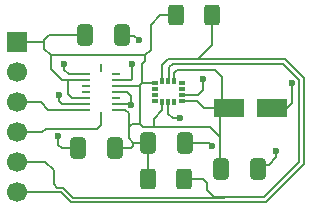
<source format=gbr>
%TF.GenerationSoftware,KiCad,Pcbnew,9.0.5*%
%TF.CreationDate,2025-12-11T06:09:59-03:00*%
%TF.ProjectId,dual IMU_module,6475616c-2049-44d5-955f-6d6f64756c65,rev?*%
%TF.SameCoordinates,Original*%
%TF.FileFunction,Copper,L1,Top*%
%TF.FilePolarity,Positive*%
%FSLAX46Y46*%
G04 Gerber Fmt 4.6, Leading zero omitted, Abs format (unit mm)*
G04 Created by KiCad (PCBNEW 9.0.5) date 2025-12-11 06:09:59*
%MOMM*%
%LPD*%
G01*
G04 APERTURE LIST*
G04 Aperture macros list*
%AMRoundRect*
0 Rectangle with rounded corners*
0 $1 Rounding radius*
0 $2 $3 $4 $5 $6 $7 $8 $9 X,Y pos of 4 corners*
0 Add a 4 corners polygon primitive as box body*
4,1,4,$2,$3,$4,$5,$6,$7,$8,$9,$2,$3,0*
0 Add four circle primitives for the rounded corners*
1,1,$1+$1,$2,$3*
1,1,$1+$1,$4,$5*
1,1,$1+$1,$6,$7*
1,1,$1+$1,$8,$9*
0 Add four rect primitives between the rounded corners*
20,1,$1+$1,$2,$3,$4,$5,0*
20,1,$1+$1,$4,$5,$6,$7,0*
20,1,$1+$1,$6,$7,$8,$9,0*
20,1,$1+$1,$8,$9,$2,$3,0*%
G04 Aperture macros list end*
%TA.AperFunction,SMDPad,CuDef*%
%ADD10RoundRect,0.250000X-1.050000X-0.550000X1.050000X-0.550000X1.050000X0.550000X-1.050000X0.550000X0*%
%TD*%
%TA.AperFunction,SMDPad,CuDef*%
%ADD11RoundRect,0.250000X-0.412500X-0.650000X0.412500X-0.650000X0.412500X0.650000X-0.412500X0.650000X0*%
%TD*%
%TA.AperFunction,SMDPad,CuDef*%
%ADD12RoundRect,0.250000X-0.400000X-0.625000X0.400000X-0.625000X0.400000X0.625000X-0.400000X0.625000X0*%
%TD*%
%TA.AperFunction,SMDPad,CuDef*%
%ADD13RoundRect,0.250000X0.400000X0.625000X-0.400000X0.625000X-0.400000X-0.625000X0.400000X-0.625000X0*%
%TD*%
%TA.AperFunction,SMDPad,CuDef*%
%ADD14RoundRect,0.062500X-0.275000X0.062500X-0.275000X-0.062500X0.275000X-0.062500X0.275000X0.062500X0*%
%TD*%
%TA.AperFunction,SMDPad,CuDef*%
%ADD15RoundRect,0.062500X-0.062500X0.275000X-0.062500X-0.275000X0.062500X-0.275000X0.062500X0.275000X0*%
%TD*%
%TA.AperFunction,SMDPad,CuDef*%
%ADD16RoundRect,0.250000X0.412500X0.650000X-0.412500X0.650000X-0.412500X-0.650000X0.412500X-0.650000X0*%
%TD*%
%TA.AperFunction,ComponentPad*%
%ADD17R,1.700000X1.700000*%
%TD*%
%TA.AperFunction,ComponentPad*%
%ADD18C,1.700000*%
%TD*%
%TA.AperFunction,SMDPad,CuDef*%
%ADD19R,0.600000X0.300000*%
%TD*%
%TA.AperFunction,SMDPad,CuDef*%
%ADD20R,0.300000X0.600000*%
%TD*%
%TA.AperFunction,ViaPad*%
%ADD21C,0.600000*%
%TD*%
%TA.AperFunction,Conductor*%
%ADD22C,0.200000*%
%TD*%
G04 APERTURE END LIST*
D10*
%TO.P,C6,1*%
%TO.N,+3.3V*%
X147490000Y-80740000D03*
%TO.P,C6,2*%
%TO.N,GND*%
X151090000Y-80740000D03*
%TD*%
D11*
%TO.P,C3,1*%
%TO.N,+3.3V*%
X140607500Y-83720000D03*
%TO.P,C3,2*%
%TO.N,GND*%
X143732500Y-83720000D03*
%TD*%
D12*
%TO.P,R1,1*%
%TO.N,+3.3V*%
X142950000Y-72940000D03*
%TO.P,R1,2*%
%TO.N,SDA_IMU2*%
X146050000Y-72940000D03*
%TD*%
D13*
%TO.P,R2,1*%
%TO.N,SCL_IMU2*%
X143650000Y-86790000D03*
%TO.P,R2,2*%
%TO.N,+3.3V*%
X140550000Y-86790000D03*
%TD*%
D14*
%TO.P,U1,1,INT2*%
%TO.N,unconnected-(U1-INT2-Pad1)*%
X137890000Y-77910000D03*
%TO.P,U1,2,GNDA*%
%TO.N,GND*%
X137890000Y-78410000D03*
%TO.P,U1,3,VDD*%
%TO.N,+3.3V*%
X137890000Y-78910000D03*
%TO.P,U1,4,GNDA*%
%TO.N,GND*%
X137890000Y-79410000D03*
%TO.P,U1,5,~{CSB2}*%
%TO.N,unconnected-(U1-~{CSB2}-Pad5)*%
X137890000Y-79910000D03*
%TO.P,U1,6,GNDIO*%
%TO.N,GND*%
X137890000Y-80410000D03*
%TO.P,U1,7,PS*%
%TO.N,+3.3V*%
X137890000Y-80910000D03*
D15*
%TO.P,U1,8,SCK/SCL*%
%TO.N,SCL_IMU1*%
X136627500Y-81422500D03*
D14*
%TO.P,U1,9,SDI/SDA*%
%TO.N,SDA_IMU1*%
X135365000Y-80910000D03*
%TO.P,U1,10,SDO2*%
%TO.N,GND*%
X135365000Y-80410000D03*
%TO.P,U1,11,VDDIO*%
%TO.N,+3.3V*%
X135365000Y-79910000D03*
%TO.P,U1,12,INT3*%
%TO.N,unconnected-(U1-INT3-Pad12)*%
X135365000Y-79410000D03*
%TO.P,U1,13,INT4*%
%TO.N,unconnected-(U1-INT4-Pad13)*%
X135365000Y-78910000D03*
%TO.P,U1,14,~{CSB1}*%
%TO.N,+3.3V*%
X135365000Y-78410000D03*
%TO.P,U1,15,SDO1*%
%TO.N,GND*%
X135365000Y-77910000D03*
D15*
%TO.P,U1,16,INT1*%
%TO.N,unconnected-(U1-INT1-Pad16)*%
X136627500Y-77397500D03*
%TD*%
D11*
%TO.P,C4,1*%
%TO.N,+3.3V*%
X146787500Y-85910000D03*
%TO.P,C4,2*%
%TO.N,GND*%
X149912500Y-85910000D03*
%TD*%
%TO.P,C1,1*%
%TO.N,+3.3V*%
X135227500Y-74620000D03*
%TO.P,C1,2*%
%TO.N,GND*%
X138352500Y-74620000D03*
%TD*%
D16*
%TO.P,C2,1*%
%TO.N,+3.3V*%
X137812500Y-84170000D03*
%TO.P,C2,2*%
%TO.N,GND*%
X134687500Y-84170000D03*
%TD*%
D17*
%TO.P,J2,1,Pin_1*%
%TO.N,+3.3V*%
X129540000Y-75200000D03*
D18*
%TO.P,J2,2,Pin_2*%
%TO.N,GND*%
X129540000Y-77740000D03*
%TO.P,J2,3,Pin_3*%
%TO.N,SDA_IMU1*%
X129540000Y-80280000D03*
%TO.P,J2,4,Pin_4*%
%TO.N,SCL_IMU1*%
X129540000Y-82820000D03*
%TO.P,J2,5,Pin_5*%
%TO.N,SCL_IMU2*%
X129540000Y-85360000D03*
%TO.P,J2,6,Pin_6*%
%TO.N,SDA_IMU2*%
X129540000Y-87900000D03*
%TD*%
D19*
%TO.P,AC1,1,AP_SDO_/_AP_AD0*%
%TO.N,+3.3V*%
X141150000Y-78650000D03*
%TO.P,AC1,2,RESV_1*%
%TO.N,unconnected-(AC1-RESV_1-Pad2)*%
X141150000Y-79150000D03*
%TO.P,AC1,3,RESV_2*%
%TO.N,unconnected-(AC1-RESV_2-Pad3)*%
X141150000Y-79650000D03*
%TO.P,AC1,4,INT1_/_INT*%
%TO.N,unconnected-(AC1-INT1_{slash}_INT-Pad4)*%
X141150000Y-80150000D03*
D20*
%TO.P,AC1,5,VDDIO*%
%TO.N,+3.3V*%
X141800000Y-80300000D03*
%TO.P,AC1,6,GND*%
%TO.N,GND*%
X142300000Y-80300000D03*
%TO.P,AC1,7,RESV_3*%
%TO.N,unconnected-(AC1-RESV_3-Pad7)*%
X142800000Y-80300000D03*
D19*
%TO.P,AC1,8,VDD*%
%TO.N,+3.3V*%
X143450000Y-80150000D03*
%TO.P,AC1,9,INT2_/_FSYNC*%
%TO.N,GND*%
X143450000Y-79650000D03*
%TO.P,AC1,10,RESV_4*%
%TO.N,unconnected-(AC1-RESV_4-Pad10)*%
X143450000Y-79150000D03*
%TO.P,AC1,11,RESV_5*%
%TO.N,unconnected-(AC1-RESV_5-Pad11)*%
X143450000Y-78650000D03*
D20*
%TO.P,AC1,12,AP_CS*%
%TO.N,+3.3V*%
X142800000Y-78500000D03*
%TO.P,AC1,13,AP_SCL_/_AP_SCLK*%
%TO.N,SCL_IMU2*%
X142300000Y-78500000D03*
%TO.P,AC1,14,AP_SDA_/_AP_SDIO_/_AP_SDI*%
%TO.N,SDA_IMU2*%
X141800000Y-78500000D03*
%TD*%
D21*
%TO.N,GND*%
X143340000Y-81660000D03*
X146020000Y-84000000D03*
X133020000Y-79710000D03*
X145230000Y-78340000D03*
X151460000Y-84390000D03*
X139130000Y-80520000D03*
X139240000Y-77030000D03*
X152800000Y-78680000D03*
X133510000Y-77010000D03*
X132990000Y-83140000D03*
X139790000Y-75040000D03*
%TD*%
D22*
%TO.N,GND*%
X132990000Y-83890000D02*
X132990000Y-83140000D01*
X139250000Y-78290000D02*
X139130000Y-78410000D01*
X139130000Y-79720000D02*
X139130000Y-80520000D01*
X133020000Y-80160000D02*
X133270000Y-80410000D01*
X133860000Y-77910000D02*
X135365000Y-77910000D01*
X134687500Y-84170000D02*
X133270000Y-84170000D01*
X133510000Y-77560000D02*
X133860000Y-77910000D01*
X152380000Y-80740000D02*
X152800000Y-80320000D01*
X133270000Y-80410000D02*
X135365000Y-80410000D01*
X139250000Y-77040000D02*
X139250000Y-78290000D01*
X145230000Y-79270000D02*
X145230000Y-78340000D01*
X139020000Y-80410000D02*
X137890000Y-80410000D01*
X143450000Y-79650000D02*
X144850000Y-79650000D01*
X139240000Y-77030000D02*
X139250000Y-77040000D01*
X139130000Y-80520000D02*
X139020000Y-80410000D01*
X142310000Y-80310000D02*
X142310000Y-81290000D01*
X138820000Y-79410000D02*
X139130000Y-79720000D01*
X137890000Y-79410000D02*
X138820000Y-79410000D01*
X151090000Y-80740000D02*
X152380000Y-80740000D01*
X149852500Y-85560000D02*
X150830000Y-85560000D01*
X145730000Y-83720000D02*
X143732500Y-83720000D01*
X151460000Y-84930000D02*
X151460000Y-84390000D01*
X139440000Y-74690000D02*
X138422500Y-74690000D01*
X144850000Y-79650000D02*
X145230000Y-79270000D01*
X146010000Y-84000000D02*
X145730000Y-83720000D01*
X139130000Y-78410000D02*
X137890000Y-78410000D01*
X139790000Y-75040000D02*
X139440000Y-74690000D01*
X150830000Y-85560000D02*
X151460000Y-84930000D01*
X133270000Y-84170000D02*
X132990000Y-83890000D01*
X146020000Y-84000000D02*
X146010000Y-84000000D01*
X133020000Y-79710000D02*
X133020000Y-80160000D01*
X142310000Y-81290000D02*
X142680000Y-81660000D01*
X142680000Y-81660000D02*
X143340000Y-81660000D01*
X133510000Y-77010000D02*
X133510000Y-77560000D01*
X152800000Y-80320000D02*
X152800000Y-78680000D01*
%TO.N,+3.3V*%
X140550000Y-86790000D02*
X140550000Y-83777500D01*
X141070000Y-81700000D02*
X141070000Y-82370000D01*
X141800000Y-80970000D02*
X141070000Y-81700000D01*
X139360000Y-83720000D02*
X139360000Y-83780000D01*
X138940000Y-82390000D02*
X138940000Y-83300000D01*
X132180000Y-74620000D02*
X131820000Y-74980000D01*
X140607500Y-83720000D02*
X139420000Y-83720000D01*
X137890000Y-80910000D02*
X138680000Y-80910000D01*
X140370000Y-76810000D02*
X140370000Y-76300000D01*
X141800000Y-80300000D02*
X141800000Y-80970000D01*
X139360000Y-83780000D02*
X139360000Y-83980000D01*
X139170000Y-84170000D02*
X137812500Y-84170000D01*
X137890000Y-78910000D02*
X139831000Y-78910000D01*
X135365000Y-78410000D02*
X133780057Y-78410000D01*
X138680000Y-80919943D02*
X138940000Y-81179943D01*
X140091000Y-78650000D02*
X140091000Y-77089000D01*
X139831000Y-78910000D02*
X139881000Y-78860000D01*
X140370000Y-76300000D02*
X132370000Y-76300000D01*
X140161000Y-82370000D02*
X139881000Y-82090000D01*
X145330000Y-80760000D02*
X146830000Y-80760000D01*
X144720000Y-80150000D02*
X145330000Y-80760000D01*
X134140000Y-79910000D02*
X133780057Y-79550057D01*
X146727500Y-85560000D02*
X146727500Y-83250000D01*
X140810000Y-75860000D02*
X140370000Y-76300000D01*
X140091000Y-78650000D02*
X139881000Y-78860000D01*
X138680000Y-80910000D02*
X138680000Y-80919943D01*
X146240000Y-77530000D02*
X143060000Y-77530000D01*
X146830000Y-80760000D02*
X146830000Y-78120000D01*
X133300000Y-78410000D02*
X132370000Y-77480000D01*
X139881000Y-78860000D02*
X139881000Y-82090000D01*
X133780057Y-79550057D02*
X133780057Y-78410000D01*
X143450000Y-80150000D02*
X144720000Y-80150000D01*
X146727500Y-83250000D02*
X145847500Y-82370000D01*
X142800000Y-77790000D02*
X142800000Y-78500000D01*
X133780057Y-78410000D02*
X133300000Y-78410000D01*
X145847500Y-82370000D02*
X141070000Y-82370000D01*
X129540000Y-75200000D02*
X131820000Y-75200000D01*
X139240000Y-82090000D02*
X138940000Y-82390000D01*
X131820000Y-75760000D02*
X131820000Y-75200000D01*
X146727500Y-83250000D02*
X146727500Y-80862500D01*
X140161000Y-82370000D02*
X141070000Y-82370000D01*
X139420000Y-83720000D02*
X139360000Y-83780000D01*
X141610000Y-72940000D02*
X140810000Y-73740000D01*
X140810000Y-73740000D02*
X140810000Y-75860000D01*
X141150000Y-78650000D02*
X140091000Y-78650000D01*
X131820000Y-74980000D02*
X131820000Y-75200000D01*
X138940000Y-81179943D02*
X138940000Y-82390000D01*
X138940000Y-83300000D02*
X139360000Y-83720000D01*
X143060000Y-77530000D02*
X142800000Y-77790000D01*
X142950000Y-72940000D02*
X141610000Y-72940000D01*
X135365000Y-79910000D02*
X134140000Y-79910000D01*
X132370000Y-77480000D02*
X132370000Y-76300000D01*
X132370000Y-76300000D02*
X132360000Y-76300000D01*
X135227500Y-74620000D02*
X132180000Y-74620000D01*
X139881000Y-82090000D02*
X139240000Y-82090000D01*
X132360000Y-76300000D02*
X131820000Y-75760000D01*
X146830000Y-78120000D02*
X146240000Y-77530000D01*
X139360000Y-83980000D02*
X139170000Y-84170000D01*
X140091000Y-77089000D02*
X140370000Y-76810000D01*
%TO.N,SCL_IMU2*%
X132600000Y-87240000D02*
X132600000Y-86050000D01*
X150433612Y-88350000D02*
X146170000Y-88350000D01*
X142730000Y-77010000D02*
X151980000Y-77010000D01*
X134206388Y-88360000D02*
X133395388Y-87549000D01*
X145240000Y-86790000D02*
X143650000Y-86790000D01*
X153410000Y-78440000D02*
X153410000Y-85373612D01*
X142399000Y-77341000D02*
X142730000Y-77010000D01*
X151980000Y-77010000D02*
X153410000Y-78440000D01*
X142399000Y-78380000D02*
X142399000Y-77341000D01*
X145560000Y-87740000D02*
X145560000Y-87110000D01*
X153410000Y-85373612D02*
X150433612Y-88350000D01*
X133395388Y-87549000D02*
X132909000Y-87549000D01*
X132600000Y-86050000D02*
X131880000Y-85330000D01*
X146170000Y-88350000D02*
X145560000Y-87740000D01*
X145560000Y-87110000D02*
X145240000Y-86790000D01*
X131880000Y-85330000D02*
X129570000Y-85330000D01*
X147030000Y-88360000D02*
X134206388Y-88360000D01*
X132909000Y-87549000D02*
X132600000Y-87240000D01*
%TO.N,SDA_IMU2*%
X150560000Y-88720000D02*
X153790000Y-85490000D01*
X141800000Y-77112611D02*
X141800000Y-78500000D01*
X153790000Y-78250000D02*
X152199000Y-76659000D01*
X144800000Y-76659000D02*
X142253611Y-76659000D01*
X129540000Y-87900000D02*
X133250000Y-87900000D01*
X146050000Y-72940000D02*
X146050000Y-75409000D01*
X153790000Y-85490000D02*
X153790000Y-78250000D01*
X152199000Y-76659000D02*
X144800000Y-76659000D01*
X146050000Y-75409000D02*
X144800000Y-76659000D01*
X134070000Y-88720000D02*
X150560000Y-88720000D01*
X133250000Y-87900000D02*
X134070000Y-88720000D01*
X142253611Y-76659000D02*
X141800000Y-77112611D01*
%TO.N,SDA_IMU1*%
X131490000Y-80280000D02*
X129540000Y-80280000D01*
X132120000Y-80910000D02*
X131490000Y-80280000D01*
X135365000Y-80910000D02*
X132120000Y-80910000D01*
%TO.N,SCL_IMU1*%
X136627500Y-82172500D02*
X136290000Y-82510000D01*
X131940000Y-82510000D02*
X131630000Y-82820000D01*
X131630000Y-82820000D02*
X129540000Y-82820000D01*
X136627500Y-81422500D02*
X136627500Y-82172500D01*
X136290000Y-82510000D02*
X131940000Y-82510000D01*
%TD*%
M02*

</source>
